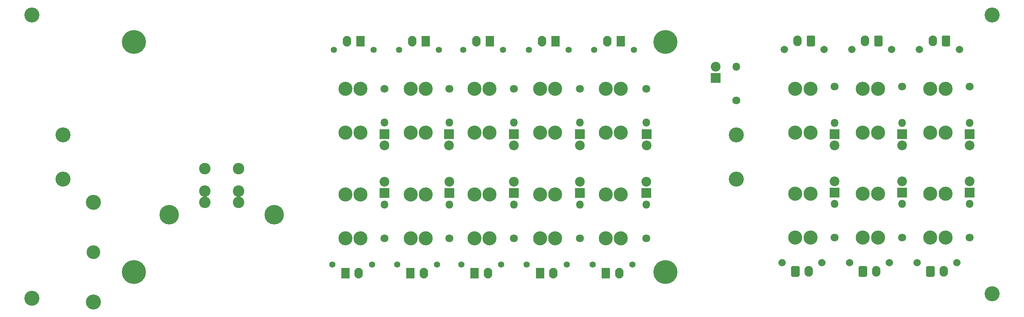
<source format=gbr>
G04 #@! TF.GenerationSoftware,KiCad,Pcbnew,(5.1.6)-1*
G04 #@! TF.CreationDate,2020-09-27T14:43:59-05:00*
G04 #@! TF.ProjectId,Power-Primary,506f7765-722d-4507-9269-6d6172792e6b,rev?*
G04 #@! TF.SameCoordinates,Original*
G04 #@! TF.FileFunction,Soldermask,Bot*
G04 #@! TF.FilePolarity,Negative*
%FSLAX46Y46*%
G04 Gerber Fmt 4.6, Leading zero omitted, Abs format (unit mm)*
G04 Created by KiCad (PCBNEW (5.1.6)-1) date 2020-09-27 14:43:59*
%MOMM*%
%LPD*%
G01*
G04 APERTURE LIST*
%ADD10O,1.800000X1.800000*%
%ADD11C,1.800000*%
%ADD12O,1.900000X2.420000*%
%ADD13C,1.670000*%
%ADD14C,3.180000*%
%ADD15C,2.200000*%
%ADD16R,2.200000X2.200000*%
%ADD17C,4.400000*%
%ADD18C,2.600000*%
%ADD19C,3.400000*%
%ADD20C,5.400000*%
%ADD21C,1.400000*%
%ADD22R,1.900000X2.400000*%
%ADD23O,1.900000X2.400000*%
%ADD24C,3.100000*%
G04 APERTURE END LIST*
D10*
X200660000Y-84580400D03*
D11*
X200660000Y-76336800D03*
D10*
X215900000Y-84580400D03*
D11*
X215900000Y-76336800D03*
D10*
X231140000Y-84580400D03*
D11*
X231140000Y-76336800D03*
D10*
X231140000Y-102870000D03*
D11*
X231140000Y-110490000D03*
D10*
X215900000Y-102870000D03*
D11*
X215900000Y-110490000D03*
D10*
X200660000Y-102870000D03*
D11*
X200660000Y-110490000D03*
D12*
X192270000Y-66040000D03*
G36*
G01*
X196220000Y-65146667D02*
X196220000Y-66933333D01*
G75*
G02*
X195903333Y-67250000I-316667J0D01*
G01*
X194636667Y-67250000D01*
G75*
G02*
X194320000Y-66933333I0J316667D01*
G01*
X194320000Y-65146667D01*
G75*
G02*
X194636667Y-64830000I316667J0D01*
G01*
X195903333Y-64830000D01*
G75*
G02*
X196220000Y-65146667I0J-316667D01*
G01*
G37*
D13*
X189270000Y-68000000D03*
X198270000Y-68000000D03*
D12*
X207510000Y-66040000D03*
G36*
G01*
X211460000Y-65146667D02*
X211460000Y-66933333D01*
G75*
G02*
X211143333Y-67250000I-316667J0D01*
G01*
X209876667Y-67250000D01*
G75*
G02*
X209560000Y-66933333I0J316667D01*
G01*
X209560000Y-65146667D01*
G75*
G02*
X209876667Y-64830000I316667J0D01*
G01*
X211143333Y-64830000D01*
G75*
G02*
X211460000Y-65146667I0J-316667D01*
G01*
G37*
D13*
X204510000Y-68000000D03*
X213510000Y-68000000D03*
D12*
X222790000Y-66040000D03*
G36*
G01*
X226740000Y-65146667D02*
X226740000Y-66933333D01*
G75*
G02*
X226423333Y-67250000I-316667J0D01*
G01*
X225156667Y-67250000D01*
G75*
G02*
X224840000Y-66933333I0J316667D01*
G01*
X224840000Y-65146667D01*
G75*
G02*
X225156667Y-64830000I316667J0D01*
G01*
X226423333Y-64830000D01*
G75*
G02*
X226740000Y-65146667I0J-316667D01*
G01*
G37*
D13*
X219790000Y-68000000D03*
X228790000Y-68000000D03*
D12*
X225250000Y-118110000D03*
G36*
G01*
X221300000Y-119003333D02*
X221300000Y-117216667D01*
G75*
G02*
X221616667Y-116900000I316667J0D01*
G01*
X222883333Y-116900000D01*
G75*
G02*
X223200000Y-117216667I0J-316667D01*
G01*
X223200000Y-119003333D01*
G75*
G02*
X222883333Y-119320000I-316667J0D01*
G01*
X221616667Y-119320000D01*
G75*
G02*
X221300000Y-119003333I0J316667D01*
G01*
G37*
D13*
X228250000Y-116150000D03*
X219250000Y-116150000D03*
D12*
X210010000Y-118110000D03*
G36*
G01*
X206060000Y-119003333D02*
X206060000Y-117216667D01*
G75*
G02*
X206376667Y-116900000I316667J0D01*
G01*
X207643333Y-116900000D01*
G75*
G02*
X207960000Y-117216667I0J-316667D01*
G01*
X207960000Y-119003333D01*
G75*
G02*
X207643333Y-119320000I-316667J0D01*
G01*
X206376667Y-119320000D01*
G75*
G02*
X206060000Y-119003333I0J316667D01*
G01*
G37*
D13*
X213010000Y-116150000D03*
X204010000Y-116150000D03*
D12*
X194770000Y-118110000D03*
G36*
G01*
X190820000Y-119003333D02*
X190820000Y-117216667D01*
G75*
G02*
X191136667Y-116900000I316667J0D01*
G01*
X192403333Y-116900000D01*
G75*
G02*
X192720000Y-117216667I0J-316667D01*
G01*
X192720000Y-119003333D01*
G75*
G02*
X192403333Y-119320000I-316667J0D01*
G01*
X191136667Y-119320000D01*
G75*
G02*
X190820000Y-119003333I0J316667D01*
G01*
G37*
D13*
X197770000Y-116150000D03*
X188770000Y-116150000D03*
D14*
X195170000Y-76846400D03*
X191770000Y-76846400D03*
X195170000Y-86766400D03*
X191770000Y-86766400D03*
X210410000Y-76846400D03*
X207010000Y-76846400D03*
X210410000Y-86766400D03*
X207010000Y-86766400D03*
X225650000Y-76846400D03*
X222250000Y-76846400D03*
X225650000Y-86766400D03*
X222250000Y-86766400D03*
X222250000Y-110490000D03*
X225650000Y-110490000D03*
X222250000Y-100570000D03*
X225650000Y-100570000D03*
X207010000Y-110490000D03*
X210410000Y-110490000D03*
X207010000Y-100570000D03*
X210410000Y-100570000D03*
X195170000Y-100570000D03*
X191770000Y-100570000D03*
X195170000Y-110490000D03*
X191770000Y-110490000D03*
D15*
X200660000Y-89636600D03*
D16*
X200660000Y-87096600D03*
D15*
X215900000Y-89636600D03*
D16*
X215900000Y-87096600D03*
D15*
X231140000Y-89636600D03*
D16*
X231140000Y-87096600D03*
D15*
X231140000Y-97790000D03*
D16*
X231140000Y-100330000D03*
D15*
X215900000Y-97790000D03*
D16*
X215900000Y-100330000D03*
D15*
X200660000Y-97790000D03*
D16*
X200660000Y-100330000D03*
D17*
X74155880Y-105283920D03*
X50415880Y-105283920D03*
D18*
X66095880Y-102483920D03*
X66095880Y-99943920D03*
X58475880Y-102483920D03*
X58475880Y-99943920D03*
X66095880Y-94863920D03*
X58475880Y-94863920D03*
D19*
X26430200Y-87301000D03*
X26430200Y-97301000D03*
D20*
X162430200Y-66301000D03*
X42430200Y-118301000D03*
X42430200Y-66301000D03*
X162430200Y-118301000D03*
D19*
X178430200Y-87301000D03*
X178430200Y-97301000D03*
X19446240Y-60192920D03*
X236220000Y-60192920D03*
X236220000Y-123190000D03*
X19446240Y-124170440D03*
D10*
X99009200Y-102997000D03*
D11*
X99009200Y-110617000D03*
X113639600Y-110617000D03*
D10*
X113639600Y-102997000D03*
X128219200Y-102997000D03*
D11*
X128219200Y-110617000D03*
X143103600Y-110617000D03*
D10*
X143103600Y-102997000D03*
X158140400Y-102997000D03*
D11*
X158140400Y-110617000D03*
D10*
X158140400Y-84480400D03*
D11*
X158140400Y-76860400D03*
X143103600Y-76885800D03*
D10*
X143103600Y-84505800D03*
X128270000Y-84480400D03*
D11*
X128270000Y-76860400D03*
X113639600Y-76860400D03*
D10*
X113639600Y-84480400D03*
X98983800Y-84480400D03*
D11*
X98983800Y-76860400D03*
D21*
X155349200Y-68025400D03*
X146349200Y-68025400D03*
D22*
X152349200Y-66065400D03*
D23*
X149349200Y-66065400D03*
D14*
X122754600Y-76846400D03*
X119354600Y-76846400D03*
X122754600Y-86766400D03*
X119354600Y-86766400D03*
D23*
X105331000Y-66065400D03*
D22*
X108331000Y-66065400D03*
D21*
X102331000Y-68025400D03*
X111331000Y-68025400D03*
D14*
X108327400Y-76846400D03*
X104927400Y-76846400D03*
X108327400Y-86766400D03*
X104927400Y-86766400D03*
D16*
X99009200Y-87096600D03*
D15*
X99009200Y-89636600D03*
X99009200Y-97840800D03*
D16*
X99009200Y-100380800D03*
X113665000Y-100380800D03*
D15*
X113665000Y-97840800D03*
D16*
X128244600Y-100380800D03*
D15*
X128244600Y-97840800D03*
X143103600Y-97840800D03*
D16*
X143103600Y-100380800D03*
X158140400Y-100380800D03*
D15*
X158140400Y-97840800D03*
D16*
X158165800Y-87096600D03*
D15*
X158165800Y-89636600D03*
X143103600Y-89636600D03*
D16*
X143103600Y-87096600D03*
X128244600Y-87096600D03*
D15*
X128244600Y-89636600D03*
D16*
X113614200Y-87096600D03*
D15*
X113614200Y-89636600D03*
D14*
X93595400Y-100698300D03*
X90195400Y-100698300D03*
X93595400Y-110618300D03*
X90195400Y-110618300D03*
X108327400Y-100698300D03*
X104927400Y-100698300D03*
X108327400Y-110618300D03*
X104927400Y-110618300D03*
X119354600Y-110618300D03*
X122754600Y-110618300D03*
X119354600Y-100698300D03*
X122754600Y-100698300D03*
X137588400Y-100698300D03*
X134188400Y-100698300D03*
X137588400Y-110618300D03*
X134188400Y-110618300D03*
X152371000Y-100698300D03*
X148971000Y-100698300D03*
X152371000Y-110618300D03*
X148971000Y-110618300D03*
X152371000Y-76846400D03*
X148971000Y-76846400D03*
X152371000Y-86766400D03*
X148971000Y-86766400D03*
X137588400Y-76846400D03*
X134188400Y-76846400D03*
X137588400Y-86766400D03*
X134188400Y-86766400D03*
D21*
X87220800Y-116531000D03*
X96220800Y-116531000D03*
D22*
X90220800Y-118491000D03*
D23*
X93220800Y-118491000D03*
X107902000Y-118491000D03*
D22*
X104902000Y-118491000D03*
D21*
X110902000Y-116531000D03*
X101902000Y-116531000D03*
D23*
X122354600Y-118491000D03*
D22*
X119354600Y-118491000D03*
D21*
X125354600Y-116531000D03*
X116354600Y-116531000D03*
D23*
X137137400Y-118491000D03*
D22*
X134137400Y-118491000D03*
D21*
X140137400Y-116531000D03*
X131137400Y-116531000D03*
D23*
X151996400Y-118491000D03*
D22*
X148996400Y-118491000D03*
D21*
X154996400Y-116531000D03*
X145996400Y-116531000D03*
X140617200Y-68025400D03*
X131617200Y-68025400D03*
D22*
X137617200Y-66065400D03*
D23*
X134617200Y-66065400D03*
X119783600Y-66065400D03*
D22*
X122783600Y-66065400D03*
D21*
X116783600Y-68025400D03*
X125783600Y-68025400D03*
D14*
X93595400Y-76846400D03*
X90195400Y-76846400D03*
X93595400Y-86766400D03*
X90195400Y-86766400D03*
D23*
X90573600Y-66065400D03*
D22*
X93573600Y-66065400D03*
D21*
X87573600Y-68025400D03*
X96573600Y-68025400D03*
D16*
X173761400Y-74396600D03*
D15*
X173761400Y-71856600D03*
D11*
X178460400Y-79451200D03*
D10*
X178460400Y-71831200D03*
D19*
X33324800Y-102514400D03*
X33324800Y-125014400D03*
D24*
X33324800Y-113764400D03*
M02*

</source>
